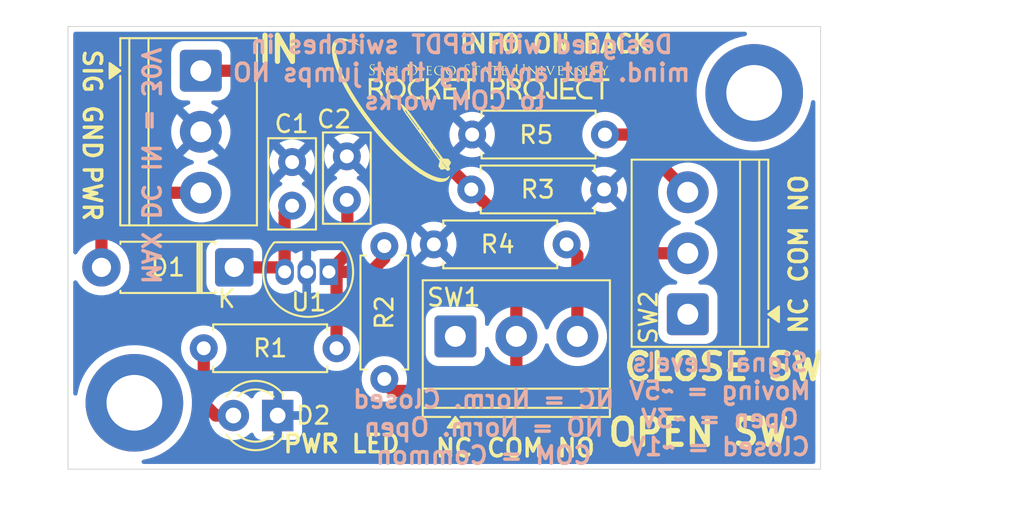
<source format=kicad_pcb>
(kicad_pcb (version 20241229) (generator "pcbnew") (generator_version "9.0")
  (layers (0 "F.Cu" signal) (2 "B.Cu" power) (13 "F.Paste" user) (15 "B.Paste" user) (5 "F.SilkS" user "F.Silkscreen") (7 "B.SilkS" user "B.Silkscreen") (1 "F.Mask" user) (3 "B.Mask" user) (25 "Edge.Cuts" user))
  (net 0 "")
  (net 1 "GND")
  (net 2 "Net-(D1-A)")
  (net 9 "SIGNAL")
  (net 10 "Net-(SW1-C)")
  (net 11 "Net-(SW2-C)")
  (net 14 "VCC")
  (net 15 "+9V")
  (net 16 "Net-(D2-A)")
  (footprint "Capacitor_THT:C_Disc_D5.0mm_W2.5mm_P2.50mm" (layer "F.Cu") (at 41.4 35.35 90)
    (property "Reference" "C2" (at 4.63 -0.73 180) (layer "F.SilkS"))
    (property "Value" ".1uF")
    (pad "1" thru_hole circle (at 0 0 90) (size 1.6 1.6) (drill 0.8) (layers "*.Cu" "*.Mask") (net 15 "+9V"))
    (pad "2" thru_hole circle (at 2.5 0 90) (size 1.6 1.6) (drill 0.8) (layers "*.Cu" "*.Mask") (net 1 "GND"))
  )
  (footprint "Package_TO_SOT_THT:TO-92L_Inline" (layer "F.Cu") (at 40.37 39.48 180)
    (property "Reference" "U1" (at 1.16 -1.74 0) (layer "F.SilkS"))
    (property "Value" "L78L09_TO92")
    (pad "1" thru_hole rect (at 0 0 180) (size 1.05 1.5) (drill 0.75) (layers "*.Cu" "*.Mask") (net 15 "+9V"))
    (pad "2" thru_hole oval (at 1.270001 0 180) (size 1.05 1.5) (drill 0.75) (layers "*.Cu" "*.Mask") (net 1 "GND"))
    (pad "3" thru_hole oval (at 2.54 0 180) (size 1.05 1.5) (drill 0.75) (layers "*.Cu" "*.Mask") (net 14 "VCC"))
  )
  (footprint "LED_THT:LED_D3.0mm" (layer "F.Cu") (at 37.43 47.72 180)
    (property "Reference" "D2" (at -2.04 0 0) (layer "F.SilkS"))
    (property "Value" "RED")
    (pad "1" thru_hole rect (at 0 0 180) (size 1.8 1.8) (drill 0.9) (layers "*.Cu" "*.Mask") (net 1 "GND"))
    (pad "2" thru_hole circle (at 2.54 0 180) (size 1.8 1.8) (drill 0.9) (layers "*.Cu" "*.Mask") (net 16 "Net-(D2-A)"))
  )
  (footprint "Diode_THT:D_DO-41_SOD81_P7.62mm_Horizontal" (layer "F.Cu") (at 34.94 39.22 180)
    (property "Reference" "D1" (at 3.81 0 0) (layer "F.SilkS"))
    (property "Value" "1N4004")
    (fp_text user "K" (at 0.44 -1.81 0) (layer "F.SilkS"))
    (pad "1" thru_hole roundrect (at 0 0 180) (size 2.2 2.2) (drill 1.1) (layers "*.Cu" "*.Mask") (roundrect_rratio 0.113636) (net 14 "VCC"))
    (pad "2" thru_hole circle (at 7.62 0 180) (size 2.2 2.2) (drill 1.1) (layers "*.Cu" "*.Mask") (net 2 "Net-(D1-A)"))
  )
  (footprint "LOGO:RP_Logo" (layer "F.Cu") (at 48.5 30.2)
    (property "Reference" "G***" (hide yes))
    (property "Value" "LOGO" (hide yes))
  )
  (footprint "Resistor_THT:R_Axial_DIN0207_L6.3mm_D2.5mm_P7.62mm_Horizontal" (layer "F.Cu") (at 43.55 38 -90)
    (property "Reference" "R2" (at 3.81 0 90) (layer "F.SilkS"))
    (property "Value" "10K")
    (pad "1" thru_hole circle (at 0 0 270) (size 1.6 1.6) (drill 0.8) (layers "*.Cu" "*.Mask") (net 15 "+9V"))
    (pad "2" thru_hole circle (at 7.62 0 270) (size 1.6 1.6) (drill 0.8) (layers "*.Cu" "*.Mask") (net 9 "SIGNAL"))
  )
  (footprint "TerminalBlock_Phoenix:TerminalBlock_Phoenix_PT-1,5-3-3.5-H_1x03_P3.50mm_Horizontal" (layer "F.Cu") (at 47.625 43.18)
    (property "Reference" "SW1" (at -0.09 -2.2375 0) (layer "F.SilkS"))
    (property "Value" "OPEN")
    (pad "1" thru_hole roundrect (at 0 0) (size 2.4 2.4) (drill 1.2) (layers "*.Cu" "*.Mask") (roundrect_rratio 0.104167))
    (pad "2" thru_hole circle (at 3.5 0) (size 2.4 2.4) (drill 1.2) (layers "*.Cu" "*.Mask") (net 9 "SIGNAL"))
    (pad "3" thru_hole circle (at 7 0) (size 2.4 2.4) (drill 1.2) (layers "*.Cu" "*.Mask") (net 10 "Net-(SW1-C)"))
  )
  (footprint "Capacitor_THT:C_Disc_D5.0mm_W2.5mm_P2.50mm" (layer "F.Cu") (at 38.26 35.68 90)
    (property "Reference" "C1" (at 4.69 -0.03 180) (layer "F.SilkS"))
    (property "Value" ".33uF")
    (pad "1" thru_hole circle (at 0 0 90) (size 1.6 1.6) (drill 0.8) (layers "*.Cu" "*.Mask") (net 14 "VCC"))
    (pad "2" thru_hole circle (at 2.5 0 90) (size 1.6 1.6) (drill 0.8) (layers "*.Cu" "*.Mask") (net 1 "GND"))
  )
  (footprint "Resistor_THT:R_Axial_DIN0207_L6.3mm_D2.5mm_P7.62mm_Horizontal" (layer "F.Cu") (at 56.21 31.6 180)
    (property "Reference" "R5" (at 3.94 -0.02 0) (layer "F.SilkS"))
    (property "Value" "1.7K")
    (pad "1" thru_hole circle (at 0 0 180) (size 1.6 1.6) (drill 0.8) (layers "*.Cu" "*.Mask") (net 11 "Net-(SW2-C)"))
    (pad "2" thru_hole circle (at 7.62 0 180) (size 1.6 1.6) (drill 0.8) (layers "*.Cu" "*.Mask") (net 1 "GND"))
  )
  (footprint "TerminalBlock_Phoenix:TerminalBlock_Phoenix_PT-1,5-3-3.5-H_1x03_P3.50mm_Horizontal" (layer "F.Cu") (at 33.02 27.94 -90)
    (property "Reference" "J1" (hide yes))
    (property "Value" "IN")
    (pad "1" thru_hole roundrect (at 0 0 270) (size 2.4 2.4) (drill 1.2) (layers "*.Cu" "*.Mask") (roundrect_rratio 0.104167) (net 9 "SIGNAL"))
    (pad "2" thru_hole circle (at 3.5 0 270) (size 2.4 2.4) (drill 1.2) (layers "*.Cu" "*.Mask") (net 1 "GND"))
    (pad "3" thru_hole circle (at 6.999999 0 270) (size 2.4 2.4) (drill 1.2) (layers "*.Cu" "*.Mask") (net 2 "Net-(D1-A)"))
  )
  (footprint "Resistor_THT:R_Axial_DIN0207_L6.3mm_D2.5mm_P7.62mm_Horizontal" (layer "F.Cu") (at 40.81 43.86 180)
    (property "Reference" "R1" (at 3.81 0 0) (layer "F.SilkS"))
    (property "Value" "1.1K")
    (pad "1" thru_hole circle (at 0 0 180) (size 1.6 1.6) (drill 0.8) (layers "*.Cu" "*.Mask") (net 15 "+9V"))
    (pad "2" thru_hole circle (at 7.62 0 180) (size 1.6 1.6) (drill 0.8) (layers "*.Cu" "*.Mask") (net 16 "Net-(D2-A)"))
  )
  (footprint "MountingHole:MountingHole_3.2mm_M3_DIN965_Pad_TopBottom" (layer "F.Cu") (at 64.77 29.21)
    (property "Reference" "H1" (hide yes))
    (property "Value" "MountingHole_Pad")
    (pad "1" thru_hole circle (at 0 0) (size 3.6 3.6) (drill 3.2) (layers "*.Cu" "*.Mask"))
    (pad "1" connect circle (at 0 0) (size 5.6 5.6) (layers "F.Cu" "F.Mask"))
    (pad "1" connect circle (at 0 0) (size 5.6 5.6) (layers "B.Cu" "B.Mask"))
  )
  (footprint "Resistor_THT:R_Axial_DIN0207_L6.3mm_D2.5mm_P7.62mm_Horizontal" (layer "F.Cu") (at 48.54 34.75)
    (property "Reference" "R3" (at 3.81 0 0) (layer "F.SilkS"))
    (property "Value" "12K")
    (pad "1" thru_hole circle (at 0 0) (size 1.6 1.6) (drill 0.8) (layers "*.Cu" "*.Mask") (net 9 "SIGNAL"))
    (pad "2" thru_hole circle (at 7.62 0) (size 1.6 1.6) (drill 0.8) (layers "*.Cu" "*.Mask") (net 1 "GND"))
  )
  (footprint "TerminalBlock_Phoenix:TerminalBlock_Phoenix_PT-1,5-3-3.5-H_1x03_P3.50mm_Horizontal" (layer "F.Cu") (at 60.96 41.91 90)
    (property "Reference" "SW2" (at -0.18 -2.26 90) (layer "F.SilkS"))
    (property "Value" "CLOSE")
    (pad "1" thru_hole roundrect (at 0 0 90) (size 2.4 2.4) (drill 1.2) (layers "*.Cu" "*.Mask") (roundrect_rratio 0.104167))
    (pad "2" thru_hole circle (at 3.5 0 90) (size 2.4 2.4) (drill 1.2) (layers "*.Cu" "*.Mask") (net 9 "SIGNAL"))
    (pad "3" thru_hole circle (at 6.999999 0 90) (size 2.4 2.4) (drill 1.2) (layers "*.Cu" "*.Mask") (net 11 "Net-(SW2-C)"))
  )
  (footprint "Resistor_THT:R_Axial_DIN0207_L6.3mm_D2.5mm_P7.62mm_Horizontal" (layer "F.Cu") (at 54.01 37.9 180)
    (property "Reference" "R4" (at 3.96 0 0) (layer "F.SilkS"))
    (property "Value" "6.6K")
    (pad "1" thru_hole circle (at 0 0 180) (size 1.6 1.6) (drill 0.8) (layers "*.Cu" "*.Mask") (net 10 "Net-(SW1-C)"))
    (pad "2" thru_hole circle (at 7.62 0 180) (size 1.6 1.6) (drill 0.8) (layers "*.Cu" "*.Mask") (net 1 "GND"))
  )
  (footprint "MountingHole:MountingHole_3.2mm_M3_DIN965_Pad_TopBottom" (layer "F.Cu") (at 29.21 46.99)
    (property "Reference" "H2" (hide yes))
    (property "Value" "MountingHole_Pad")
    (pad "1" thru_hole circle (at 0 0) (size 3.6 3.6) (drill 3.2) (layers "*.Cu" "*.Mask"))
    (pad "1" connect circle (at 0 0) (size 5.6 5.6) (layers "F.Cu" "F.Mask"))
    (pad "1" connect circle (at 0 0) (size 5.6 5.6) (layers "B.Cu" "B.Mask"))
  )
  (gr_rect (start 25.4 25.4) (end 68.58 50.8) (stroke (width 0.05)) (fill no) (layer "Edge.Cuts"))
  (gr_text "COM" (at 49.329762 50.17 0) (layer "F.SilkS") (effects (font (size 1 1) (thickness 0.2) (bold yes)) (justify left bottom)))
  (gr_text "NC" (at 67.9 43.13381 90) (layer "F.SilkS") (effects (font (size 1 1) (thickness 0.2) (bold yes)) (justify left bottom)))
  (gr_text "COM" (at 67.9 40.205238 90) (layer "F.SilkS") (effects (font (size 1 1) (thickness 0.2) (bold yes)) (justify left bottom)))
  (gr_text "OPEN SW" (at 56.24 49.57 0) (layer "F.SilkS") (effects (font (size 1.5 1.5) (thickness 0.3) (bold yes)) (justify left bottom)))
  (gr_text "SIG" (at 26.2 26.62 270) (layer "F.SilkS") (effects (font (size 1 1) (thickness 0.2) (bold yes)) (justify left bottom)))
  (gr_text "NC" (at 46.401191 50.17 0) (layer "F.SilkS") (effects (font (size 1 1) (thickness 0.2) (bold yes)) (justify left bottom)))
  (gr_text "PWR LED" (at 37.66 49.93 0) (layer "F.SilkS") (effects (font (size 1 1) (thickness 0.2) (bold yes)) (justify left bottom)))
  (gr_text "IN" (at 36.15 27.6 0) (layer "F.SilkS") (effects (font (size 1.5 1.5) (thickness 0.3) (bold yes)) (justify left bottom)))
  (gr_text "NO" (at 53.377381 50.17 0) (layer "F.SilkS") (effects (font (size 1 1) (thickness 0.2) (bold yes)) (justify left bottom)))
  (gr_text "NO" (at 67.9 36.15762 90) (layer "F.SilkS") (effects (font (size 1 1) (thickness 0.2) (bold yes)) (justify left bottom)))
  (gr_text "CLOSE SW" (at 57.15 45.8 0) (layer "F.SilkS") (effects (font (size 1.5 1.5) (thickness 0.3) (bold yes)) (justify left bottom)))
  (gr_text "GND" (at 26.2 29.810476 270) (layer "F.SilkS") (effects (font (size 1 1) (thickness 0.2) (bold yes)) (justify left bottom)))
  (gr_text "PWR" (at 26.2 33.262856 270) (layer "F.SilkS") (effects (font (size 1 1) (thickness 0.2) (bold yes)) (justify left bottom)))
  (gr_text "INFO ON BACK" (at 53.35 26.4 0) (layer "F.SilkS") (effects (font (size 1 1) (thickness 0.2) (bold yes))))
  (gr_text "Signal Levels\nMoving = ~5V\nOpen = ~3V\nClosed = ~1V" (at 62.8 47.1 0) (layer "B.SilkS") (effects (font (size 1 1) (thickness 0.2) (bold yes)) (justify mirror)))
  (gr_text "NC = Norm. Closed\nNO = Norm. Open\nCOM = Common" (at 49.25 48.4 0) (layer "B.SilkS") (effects (font (size 1 1) (thickness 0.2) (bold yes)) (justify mirror)))
  (gr_text "Designed with SPDT switches in \nmind. But anything that jumps NO \nto COM works" (at 47.6 28.05 0) (layer "B.SilkS") (effects (font (size 1 1) (thickness 0.2) (bold yes)) (justify mirror)))
  (gr_text "MAX DC IN = 30V" (at 30.15 33.4 270) (layer "B.SilkS") (effects (font (size 1 1) (thickness 0.2) (bold yes)) (justify mirror)))
  (segment (start 27.32 39.22) (end 27.32 36.94) (width 0.7) (layer "F.Cu") (net 2))
  (segment (start 27.32 36.94) (end 29.320001 34.939999) (width 0.7) (layer "F.Cu") (net 2))
  (segment (start 29.320001 34.939999) (end 33.02 34.939999) (width 0.7) (layer "F.Cu") (net 2))
  (segment (start 43.55 45.81) (end 43.55 45.62) (width 0.7) (layer "F.Cu") (net 9))
  (segment (start 60.96 38.41) (end 59.1 38.41) (width 0.7) (layer "F.Cu") (net 9))
  (segment (start 44.05 46.31) (end 43.55 45.81) (width 0.7) (layer "F.Cu") (net 9))
  (segment (start 48.54 34.75) (end 51.125 37.335) (width 0.7) (layer "F.Cu") (net 9))
  (segment (start 51.125 43.18) (end 51.125 44.965) (width 0.7) (layer "F.Cu") (net 9))
  (segment (start 59.1 38.41) (end 57.31 40.2) (width 0.7) (layer "F.Cu") (net 9))
  (segment (start 57.31 45.04) (end 56.04 46.31) (width 0.7) (layer "F.Cu") (net 9))
  (segment (start 52.48 46.31) (end 49.78 46.31) (width 0.7) (layer "F.Cu") (net 9))
  (segment (start 33.02 27.94) (end 41.73 27.94) (width 0.7) (layer "F.Cu") (net 9))
  (segment (start 49.78 46.31) (end 44.05 46.31) (width 0.7) (layer "F.Cu") (net 9))
  (segment (start 51.135 44.965) (end 52.48 46.31) (width 0.7) (layer "F.Cu") (net 9))
  (segment (start 41.73 27.94) (end 48.54 34.75) (width 0.7) (layer "F.Cu") (net 9))
  (segment (start 51.125 44.965) (end 49.78 46.31) (width 0.7) (layer "F.Cu") (net 9))
  (segment (start 51.125 44.965) (end 51.135 44.965) (width 0.7) (layer "F.Cu") (net 9))
  (segment (start 57.31 40.2) (end 57.31 45.04) (width 0.7) (layer "F.Cu") (net 9))
  (segment (start 56.04 46.31) (end 52.48 46.31) (width 0.7) (layer "F.Cu") (net 9))
  (segment (start 51.125 37.335) (end 51.125 43.18) (width 0.7) (layer "F.Cu") (net 9))
  (segment (start 54.01 37.9) (end 54.625 38.515) (width 0.7) (layer "F.Cu") (net 10))
  (segment (start 54.625 38.515) (end 54.625 43.18) (width 0.7) (layer "F.Cu") (net 10))
  (segment (start 56.21 31.6) (end 57.649999 31.6) (width 0.7) (layer "F.Cu") (net 11))
  (segment (start 57.649999 31.6) (end 60.96 34.910001) (width 0.7) (layer "F.Cu") (net 11))
  (segment (start 37.57 39.22) (end 37.83 39.48) (width 0.7) (layer "F.Cu") (net 14))
  (segment (start 37.83 36.11) (end 37.83 39.48) (width 0.7) (layer "F.Cu") (net 14))
  (segment (start 38.26 35.68) (end 37.83 36.11) (width 0.7) (layer "F.Cu") (net 14))
  (segment (start 34.94 39.22) (end 37.57 39.22) (width 0.7) (layer "F.Cu") (net 14))
  (segment (start 41.43 35.38) (end 41.43 38.42) (width 0.7) (layer "F.Cu") (net 15))
  (segment (start 43.55 38.7) (end 43.55 38) (width 0.7) (layer "F.Cu") (net 15))
  (segment (start 41.43 38.42) (end 40.37 39.48) (width 0.7) (layer "F.Cu") (net 15))
  (segment (start 40.81 39.92) (end 40.81 43.86) (width 0.7) (layer "F.Cu") (net 15))
  (segment (start 40.37 39.48) (end 42.77 39.48) (width 0.7) (layer "F.Cu") (net 15))
  (segment (start 42.77 39.48) (end 43.55 38.7) (width 0.7) (layer "F.Cu") (net 15))
  (segment (start 40.37 39.48) (end 40.81 39.92) (width 0.7) (layer "F.Cu") (net 15))
  (segment (start 41.4 35.35) (end 41.43 35.38) (width 0.7) (layer "F.Cu") (net 15))
  (segment (start 33.88 47.72) (end 34.89 47.72) (width 0.7) (layer "F.Cu") (net 16))
  (segment (start 33.19 47.03) (end 33.88 47.72) (width 0.7) (layer "F.Cu") (net 16))
  (segment (start 33.19 43.86) (end 33.19 47.03) (width 0.7) (layer "F.Cu") (net 16))
  (zone (net 1) (net_name "GND") (layer "B.Cu") (connect_pads (clearance 0.5)) (min_thickness 0.25) (fill yes (thermal_gap 0.5) (thermal_bridge_width 0.5))
    (polygon (pts (xy 23.91 23.88) (xy 79.73 24.08) (xy 80.26 53.06) (xy 21.5 52.92)))
  )
)
</source>
